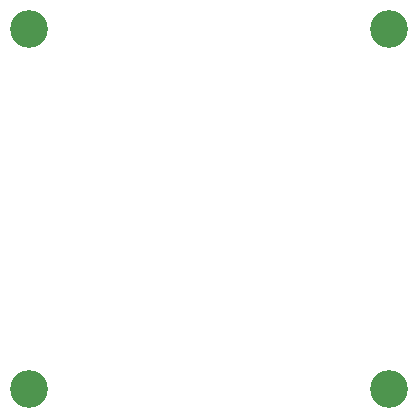
<source format=gbr>
%TF.GenerationSoftware,KiCad,Pcbnew,9.0.0*%
%TF.CreationDate,2025-03-20T11:25:37+03:00*%
%TF.ProjectId,G__ Da__t_m Kart_,47fce720-4461-41f3-9174-316d204b6172,rev?*%
%TF.SameCoordinates,Original*%
%TF.FileFunction,NonPlated,1,4,NPTH,Drill*%
%TF.FilePolarity,Positive*%
%FSLAX46Y46*%
G04 Gerber Fmt 4.6, Leading zero omitted, Abs format (unit mm)*
G04 Created by KiCad (PCBNEW 9.0.0) date 2025-03-20 11:25:37*
%MOMM*%
%LPD*%
G01*
G04 APERTURE LIST*
%TA.AperFunction,ComponentDrill*%
%ADD10C,3.200000*%
%TD*%
G04 APERTURE END LIST*
D10*
%TO.C,H3*%
X78250000Y-48750000D03*
%TO.C,H5*%
X78250000Y-79250000D03*
%TO.C,H4*%
X108750000Y-48750000D03*
%TO.C,H6*%
X108750000Y-79250000D03*
M02*

</source>
